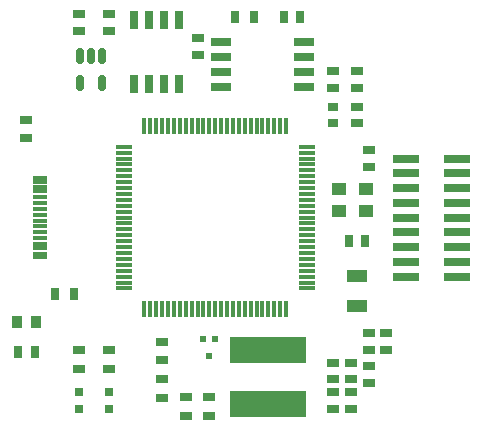
<source format=gbr>
%TF.GenerationSoftware,KiCad,Pcbnew,8.0.6-8.0.6-0~ubuntu24.04.1*%
%TF.CreationDate,2024-10-18T10:44:36-04:00*%
%TF.ProjectId,ta-expt-v2,74612d65-7870-4742-9d76-322e6b696361,rev?*%
%TF.SameCoordinates,Original*%
%TF.FileFunction,Paste,Top*%
%TF.FilePolarity,Positive*%
%FSLAX46Y46*%
G04 Gerber Fmt 4.6, Leading zero omitted, Abs format (unit mm)*
G04 Created by KiCad (PCBNEW 8.0.6-8.0.6-0~ubuntu24.04.1) date 2024-10-18 10:44:36*
%MOMM*%
%LPD*%
G01*
G04 APERTURE LIST*
G04 Aperture macros list*
%AMRoundRect*
0 Rectangle with rounded corners*
0 $1 Rounding radius*
0 $2 $3 $4 $5 $6 $7 $8 $9 X,Y pos of 4 corners*
0 Add a 4 corners polygon primitive as box body*
4,1,4,$2,$3,$4,$5,$6,$7,$8,$9,$2,$3,0*
0 Add four circle primitives for the rounded corners*
1,1,$1+$1,$2,$3*
1,1,$1+$1,$4,$5*
1,1,$1+$1,$6,$7*
1,1,$1+$1,$8,$9*
0 Add four rect primitives between the rounded corners*
20,1,$1+$1,$2,$3,$4,$5,0*
20,1,$1+$1,$4,$5,$6,$7,0*
20,1,$1+$1,$6,$7,$8,$9,0*
20,1,$1+$1,$8,$9,$2,$3,0*%
G04 Aperture macros list end*
%ADD10R,0.990000X0.780000*%
%ADD11R,1.000000X0.800000*%
%ADD12R,0.780000X0.990000*%
%ADD13R,6.400000X2.300000*%
%ADD14R,0.300000X1.475000*%
%ADD15R,1.475000X0.300000*%
%ADD16R,1.785000X0.650000*%
%ADD17R,0.940000X0.750000*%
%ADD18R,0.800000X0.800000*%
%ADD19R,1.300000X1.100000*%
%ADD20R,0.900000X1.000000*%
%ADD21R,1.800000X1.000000*%
%ADD22R,0.800000X1.000000*%
%ADD23R,1.150000X0.300000*%
%ADD24R,0.480000X0.630000*%
%ADD25RoundRect,0.150000X-0.150000X0.512500X-0.150000X-0.512500X0.150000X-0.512500X0.150000X0.512500X0*%
%ADD26R,2.300000X0.700000*%
%ADD27R,0.650000X1.525000*%
G04 APERTURE END LIST*
D10*
%TO.C,C15*%
X168000000Y-122000000D03*
X168000000Y-120600000D03*
%TD*%
%TO.C,C11*%
X165000000Y-122800000D03*
X165000000Y-124200000D03*
%TD*%
D11*
%TO.C,R6*%
X154500000Y-123200000D03*
X154500000Y-124800000D03*
%TD*%
%TO.C,R1*%
X146000000Y-120800000D03*
X146000000Y-119200000D03*
%TD*%
D10*
%TO.C,C8*%
X168000000Y-119200000D03*
X168000000Y-117800000D03*
%TD*%
D12*
%TO.C,C17*%
X160800000Y-91000000D03*
X162200000Y-91000000D03*
%TD*%
D13*
%TO.C,C1*%
X159500000Y-123800000D03*
X159500000Y-119200000D03*
%TD*%
D14*
%TO.C,IC3*%
X161000000Y-115738000D03*
X160500000Y-115738000D03*
X160000000Y-115738000D03*
X159500000Y-115738000D03*
X159000000Y-115738000D03*
X158500000Y-115738000D03*
X158000000Y-115738000D03*
X157500000Y-115738000D03*
X157000000Y-115738000D03*
X156500000Y-115738000D03*
X156000000Y-115738000D03*
X155500000Y-115738000D03*
X155000000Y-115738000D03*
X154500000Y-115738000D03*
X154000000Y-115738000D03*
X153500000Y-115738000D03*
X153000000Y-115738000D03*
X152500000Y-115738000D03*
X152000000Y-115738000D03*
X151500000Y-115738000D03*
X151000000Y-115738000D03*
X150500000Y-115738000D03*
X150000000Y-115738000D03*
X149500000Y-115738000D03*
X149000000Y-115738000D03*
D15*
X147262000Y-114000000D03*
X147262000Y-113500000D03*
X147262000Y-113000000D03*
X147262000Y-112500000D03*
X147262000Y-112000000D03*
X147262000Y-111500000D03*
X147262000Y-111000000D03*
X147262000Y-110500000D03*
X147262000Y-110000000D03*
X147262000Y-109500000D03*
X147262000Y-109000000D03*
X147262000Y-108500000D03*
X147262000Y-108000000D03*
X147262000Y-107500000D03*
X147262000Y-107000000D03*
X147262000Y-106500000D03*
X147262000Y-106000000D03*
X147262000Y-105500000D03*
X147262000Y-105000000D03*
X147262000Y-104500000D03*
X147262000Y-104000000D03*
X147262000Y-103500000D03*
X147262000Y-103000000D03*
X147262000Y-102500000D03*
X147262000Y-102000000D03*
D14*
X149000000Y-100262000D03*
X149500000Y-100262000D03*
X150000000Y-100262000D03*
X150500000Y-100262000D03*
X151000000Y-100262000D03*
X151500000Y-100262000D03*
X152000000Y-100262000D03*
X152500000Y-100262000D03*
X153000000Y-100262000D03*
X153500000Y-100262000D03*
X154000000Y-100262000D03*
X154500000Y-100262000D03*
X155000000Y-100262000D03*
X155500000Y-100262000D03*
X156000000Y-100262000D03*
X156500000Y-100262000D03*
X157000000Y-100262000D03*
X157500000Y-100262000D03*
X158000000Y-100262000D03*
X158500000Y-100262000D03*
X159000000Y-100262000D03*
X159500000Y-100262000D03*
X160000000Y-100262000D03*
X160500000Y-100262000D03*
X161000000Y-100262000D03*
D15*
X162738000Y-102000000D03*
X162738000Y-102500000D03*
X162738000Y-103000000D03*
X162738000Y-103500000D03*
X162738000Y-104000000D03*
X162738000Y-104500000D03*
X162738000Y-105000000D03*
X162738000Y-105500000D03*
X162738000Y-106000000D03*
X162738000Y-106500000D03*
X162738000Y-107000000D03*
X162738000Y-107500000D03*
X162738000Y-108000000D03*
X162738000Y-108500000D03*
X162738000Y-109000000D03*
X162738000Y-109500000D03*
X162738000Y-110000000D03*
X162738000Y-110500000D03*
X162738000Y-111000000D03*
X162738000Y-111500000D03*
X162738000Y-112000000D03*
X162738000Y-112500000D03*
X162738000Y-113000000D03*
X162738000Y-113500000D03*
X162738000Y-114000000D03*
%TD*%
D10*
%TO.C,C10*%
X153500000Y-94200000D03*
X153500000Y-92800000D03*
%TD*%
D16*
%TO.C,IC4*%
X162532000Y-93095000D03*
X162532000Y-94365000D03*
X162532000Y-95635000D03*
X162532000Y-96905000D03*
X155468000Y-96905000D03*
X155468000Y-95635000D03*
X155468000Y-94365000D03*
X155468000Y-93095000D03*
%TD*%
D17*
%TO.C,C5*%
X165000000Y-98600000D03*
X165000000Y-100000000D03*
%TD*%
D10*
%TO.C,C19*%
X146000000Y-90800000D03*
X146000000Y-92200000D03*
%TD*%
%TO.C,C18*%
X143500000Y-92200000D03*
X143500000Y-90800000D03*
%TD*%
D12*
%TO.C,C6*%
X167700000Y-110000000D03*
X166300000Y-110000000D03*
%TD*%
D18*
%TO.C,LED1*%
X146000000Y-122750000D03*
X146000000Y-124250000D03*
%TD*%
D19*
%TO.C,Y1*%
X165500000Y-105550000D03*
X167800000Y-105550000D03*
X167800000Y-107450000D03*
X165500000Y-107450000D03*
%TD*%
D10*
%TO.C,C3*%
X168000000Y-102300000D03*
X168000000Y-103700000D03*
%TD*%
D20*
%TO.C,FB1*%
X139800000Y-116850000D03*
X138200000Y-116850000D03*
%TD*%
D10*
%TO.C,C9*%
X167000000Y-95600000D03*
X167000000Y-97000000D03*
%TD*%
%TO.C,C13*%
X165000000Y-120300000D03*
X165000000Y-121700000D03*
%TD*%
D21*
%TO.C,Y2*%
X167000000Y-112950000D03*
X167000000Y-115500000D03*
%TD*%
D22*
%TO.C,R7*%
X156700000Y-91000000D03*
X158300000Y-91000000D03*
%TD*%
D18*
%TO.C,LED2*%
X143500000Y-122750000D03*
X143500000Y-124250000D03*
%TD*%
D10*
%TO.C,C14*%
X166500000Y-122800000D03*
X166500000Y-124200000D03*
%TD*%
D11*
%TO.C,R8*%
X139000000Y-101300000D03*
X139000000Y-99700000D03*
%TD*%
%TO.C,R4*%
X150500000Y-123300000D03*
X150500000Y-121700000D03*
%TD*%
D23*
%TO.C,J3*%
X140170000Y-104950000D03*
X140170000Y-105750000D03*
X140170000Y-106250000D03*
X140170000Y-107250000D03*
X140170000Y-108750000D03*
X140170000Y-109750000D03*
X140170000Y-110250000D03*
X140170000Y-111050000D03*
X140170000Y-111350000D03*
X140170000Y-110550000D03*
X140170000Y-109250000D03*
X140170000Y-108250000D03*
X140170000Y-107750000D03*
X140170000Y-106750000D03*
X140170000Y-105450000D03*
X140170000Y-104650000D03*
%TD*%
D10*
%TO.C,C7*%
X165000000Y-95600000D03*
X165000000Y-97000000D03*
%TD*%
D11*
%TO.C,R3*%
X150500000Y-118500000D03*
X150500000Y-120100000D03*
%TD*%
D10*
%TO.C,C12*%
X167000000Y-98600000D03*
X167000000Y-100000000D03*
%TD*%
D22*
%TO.C,R9*%
X141470000Y-114500000D03*
X143070000Y-114500000D03*
%TD*%
D10*
%TO.C,C4*%
X169500000Y-119200000D03*
X169500000Y-117800000D03*
%TD*%
D24*
%TO.C,IC1*%
X154500000Y-119755000D03*
X154000000Y-118245000D03*
X155000000Y-118245000D03*
%TD*%
D11*
%TO.C,R5*%
X152500000Y-124800000D03*
X152500000Y-123200000D03*
%TD*%
D25*
%TO.C,U1*%
X145450000Y-96637500D03*
X143550000Y-96637500D03*
X143550000Y-94362500D03*
X144500000Y-94362500D03*
X145450000Y-94362500D03*
%TD*%
D26*
%TO.C,J5*%
X175500000Y-103000000D03*
X171150000Y-103000000D03*
X175500000Y-104250000D03*
X171150000Y-104250000D03*
X175500000Y-105500000D03*
X171150000Y-105500000D03*
X175500000Y-106750000D03*
X171150000Y-106750000D03*
X175500000Y-108000000D03*
X171150000Y-108000000D03*
X175500000Y-109250000D03*
X171150000Y-109250000D03*
X175500000Y-110500000D03*
X171150000Y-110500000D03*
X175500000Y-111750000D03*
X171150000Y-111750000D03*
X175500000Y-113000000D03*
X171150000Y-113000000D03*
%TD*%
D27*
%TO.C,IC2*%
X148095000Y-91288000D03*
X149365000Y-91288000D03*
X150635000Y-91288000D03*
X151905000Y-91288000D03*
X151905000Y-96712000D03*
X150635000Y-96712000D03*
X149365000Y-96712000D03*
X148095000Y-96712000D03*
%TD*%
D10*
%TO.C,C16*%
X166500000Y-121700000D03*
X166500000Y-120300000D03*
%TD*%
D11*
%TO.C,R2*%
X143500000Y-120800000D03*
X143500000Y-119200000D03*
%TD*%
D12*
%TO.C,C2*%
X138300000Y-119400000D03*
X139700000Y-119400000D03*
%TD*%
M02*

</source>
